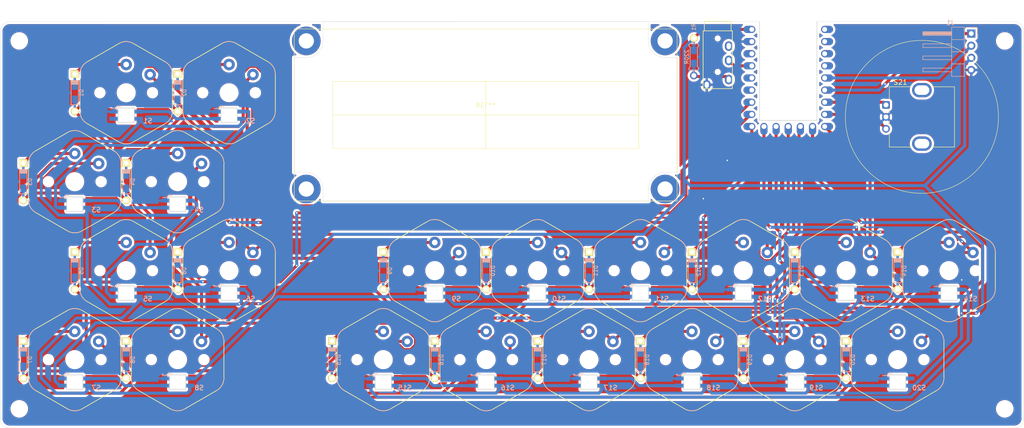
<source format=kicad_pcb>
(kicad_pcb (version 20240108) (generator "pcbnew") (generator_version "8.0")
  (title_block (title "harmi") (date "2024-12-01") (company "Electric Majesty"))
  (layers (0 "F.Cu" signal) (31 "B.Cu" signal) (34 "B.Paste" user) (35 "F.Paste" user) (36 "B.SilkS" user "B.Silkscreen") (37 "F.SilkS" user "F.Silkscreen") (38 "B.Mask" user) (39 "F.Mask" user) (44 "Edge.Cuts" user))
  (net 0 "")
  (net 1 "Net-(D1-K)")
  (net 2 "r1")
  (net 3 "Net-(D2-K)")
  (net 4 "Net-(D3-K)")
  (net 5 "Net-(D4-K)")
  (net 6 "r2")
  (net 7 "Net-(D5-K)")
  (net 8 "Net-(D6-K)")
  (net 9 "Net-(D7-K)")
  (net 10 "Net-(D8-K)")
  (net 11 "Net-(D9-K)")
  (net 12 "r3")
  (net 13 "Net-(D10-K)")
  (net 14 "Net-(D11-K)")
  (net 15 "Net-(D12-K)")
  (net 16 "Net-(D13-K)")
  (net 17 "r4")
  (net 18 "Net-(D14-K)")
  (net 19 "Net-(D15-K)")
  (net 20 "Net-(D16-K)")
  (net 21 "Net-(D17-K)")
  (net 22 "r5")
  (net 23 "Net-(D18-K)")
  (net 24 "Net-(D19-K)")
  (net 25 "Net-(D20-K)")
  (net 26 "GND")
  (net 27 "+5V")
  (net 28 "sda")
  (net 29 "scl")
  (net 30 "c1")
  (net 31 "c2")
  (net 32 "c3")
  (net 33 "c4")
  (net 34 "e2")
  (net 35 "e1")
  (net 36 "+3.3V")
  (net 39 "Net-(RGB1-DOUT)")
  (net 40 "led")
  (net 41 "Net-(RGB2-DOUT)")
  (net 42 "Net-(RGB3-DOUT)")
  (net 43 "Net-(RGB4-DOUT)")
  (net 44 "Net-(RGB5-DOUT)")
  (net 45 "Net-(RGB6-DOUT)")
  (net 46 "Net-(RGB7-DOUT)")
  (net 47 "Net-(RGB8-DOUT)")
  (net 48 "Net-(RGB10-DIN)")
  (net 49 "Net-(RGB10-DOUT)")
  (net 50 "Net-(RGB11-DOUT)")
  (net 51 "Net-(RGB12-DOUT)")
  (net 52 "Net-(RGB13-DOUT)")
  (net 53 "Net-(RGB14-DOUT)")
  (net 54 "Net-(RGB15-DOUT)")
  (net 55 "Net-(RGB16-DOUT)")
  (net 56 "Net-(RGB17-DOUT)")
  (net 57 "Net-(RGB18-DOUT)")
  (net 58 "Net-(RGB19-DOUT)")
  (net 60 "midi out")
  (net 62 "Net-(J2-Pad2)")
  (footprint "Keebio-Parts:Diode-Hybrid-Back" (layer "F.Cu") (at 142.6 121.080452 90)
    (property "Reference" "D10")
    (property "Value" "D" (hide yes))
  )
  (footprint "Keebio-Parts:Diode-Hybrid-Back" (layer "F.Cu") (at 78.1 121.080452 90)
    (property "Reference" "D6")
    (property "Value" "D" (hide yes))
  )
  (footprint "MountingHole:MountingHole_3.2mm_M3" (layer "F.Cu") (at 251 150)
    (property "Reference" "REF**" (hide yes))
    (property "Value" "MountingHole_3.2mm_M3" (hide yes))
  )
  (footprint "s-ol:PG1350" (layer "F.Cu") (at 164.1 139.7 180)
    (property "Reference" "S17")
    (property "Value" "PG1350" (hide yes))
  )
  (footprint "s-ol:PG1350" (layer "F.Cu") (at 56.6 139.7 180)
    (property "Reference" "S7")
    (property "Value" "PG1350" (hide yes))
  )
  (footprint "s-ol:PG1350" (layer "F.Cu") (at 185.6 139.7 180)
    (property "Reference" "S18")
    (property "Value" "PG1350" (hide yes))
  )
  (footprint "Keebio-Parts:Diode-Hybrid-Back" (layer "F.Cu") (at 164.1 121.080452 90)
    (property "Reference" "D11")
    (property "Value" "D" (hide yes))
  )
  (footprint "Keebio-Parts:Diode-Hybrid-Back" (layer "F.Cu") (at 45.85 139.7 90)
    (property "Reference" "D7")
    (property "Value" "D" (hide yes))
  )
  (footprint "Keebio-Parts:Diode-Hybrid-Back" (layer "F.Cu") (at 67.35 139.7 90)
    (property "Reference" "D8")
    (property "Value" "D" (hide yes))
  )
  (footprint "Keebio-Parts:Resistor-Hybrid-Back" (layer "F.Cu") (at 186 76.35 -90)
    (property "Reference" "R1")
    (property "Value" "220R")
  )
  (footprint "Keebio-Parts:Diode-Hybrid-Back" (layer "F.Cu") (at 56.6 83.841356 90)
    (property "Reference" "D1")
    (property "Value" "D" (hide yes))
  )
  (footprint "1602_i2c:1602_i2c" (layer "F.Cu") (at 142.5 88.5)
    (property "Reference" "REF**")
    (property "Value" "1602_i2c")
    (fp_line (start -40 -12) (end -37.5 -12) (stroke (width 0.05)) (layer "Edge.Cuts"))
    (fp_line (start -40 12) (end -40 -12) (stroke (width 0.05)) (layer "Edge.Cuts"))
    (fp_line (start -37.5 12) (end -40 12) (stroke (width 0.05)) (layer "Edge.Cuts"))
    (fp_line (start -34 -19.5) (end -34 -15.5) (stroke (width 0.05)) (layer "Edge.Cuts"))
    (fp_line (start -34 -19.5) (end 34 -19.5) (stroke (width 0.05)) (layer "Edge.Cuts"))
    (fp_line (start -34 15.5) (end -34 18) (stroke (width 0.05)) (layer "Edge.Cuts"))
    (fp_line (start 34 -15.5) (end 34 -19.5) (stroke (width 0.05)) (layer "Edge.Cuts"))
    (fp_line (start 34 15.5) (end 34 18) (stroke (width 0.05)) (layer "Edge.Cuts"))
    (fp_line (start 34 18) (end -34 18) (stroke (width 0.05)) (layer "Edge.Cuts"))
    (fp_line (start 37.5 -12) (end 40 -12) (stroke (width 0.05)) (layer "Edge.Cuts"))
    (fp_line (start 40 -12) (end 40 12) (stroke (width 0.05)) (layer "Edge.Cuts"))
    (fp_line (start 40 12) (end 37.5 12) (stroke (width 0.05)) (layer "Edge.Cuts"))
    (fp_arc (start -37.5 12) (mid -35.025126 13.025126) (end -34 15.5) (stroke (width 0.05)) (layer "Edge.Cuts"))
    (fp_arc (start -34 -15.5) (mid -35.025126 -13.025126) (end -37.5 -12) (stroke (width 0.05)) (layer "Edge.Cuts"))
    (fp_arc (start 34 15.5) (mid 35.025126 13.025126) (end 37.5 12) (stroke (width 0.05)) (layer "Edge.Cuts"))
    (fp_arc (start 37.5 -12) (mid 35.025126 -13.025126) (end 34 -15.5) (stroke (width 0.05)) (layer "Edge.Cuts"))
  )
  (footprint "s-ol:PG1350" (layer "F.Cu") (at 88.85 83.841356 180)
    (property "Reference" "S2")
    (property "Value" "PG1350" (hide yes))
  )
  (footprint "Keebio-Parts:Diode-Hybrid-Back" (layer "F.Cu") (at 185.6 121.080452 90)
    (property "Reference" "D12")
    (property "Value" "D" (hide yes))
  )
  (footprint "s-ol:PG1350" (layer "F.Cu") (at 217.85 121.080452 180)
    (property "Reference" "S13")
    (property "Value" "PG1350" (hide yes))
  )
  (footprint "Keebio-Parts:Diode-Hybrid-Back" (layer "F.Cu") (at 45.85 102.460904 90)
    (property "Reference" "D3")
    (property "Value" "D" (hide yes))
  )
  (footprint "mcu:rp2040-zero-tht" (layer "F.Cu") (at 205.74 80.756)
    (property "Reference" "U1" (hide yes))
    (property "Value" "rp2040-zero" (hide yes))
    (fp_line (start -6 -11.75) (end -6 8.89) (stroke (width 0.12)) (layer "Edge.Cuts"))
    (fp_line (start -6 8.89) (end 6 8.89) (stroke (width 0.12)) (layer "Edge.Cuts"))
    (fp_line (start 6 8.89) (end 6 -11.75) (stroke (width 0.12)) (layer "Edge.Cuts"))
  )
  (footprint "Keebio-Parts:Diode-Hybrid-Back" (layer "F.Cu") (at 207.1 121.080452 90)
    (property "Reference" "D13")
    (property "Value" "D" (hide yes))
  )
  (footprint "Rotary_Encoder:RotaryEncoder_Bourns_Vertical_PEC12R-3x17F-Nxxxx" (layer "F.Cu") (at 226.18 86.4)
    (property "Reference" "S21")
    (property "Value" "RotaryEncoder")
  )
  (footprint "s-ol:PG1350" (layer "F.Cu") (at 239.35 121.080452 180)
    (property "Reference" "S14")
    (property "Value" "PG1350" (hide yes))
  )
  (footprint "s-ol:PG1350" (layer "F.Cu") (at 142.6 139.7 180)
    (property "Reference" "S16")
    (property "Value" "PG1350" (hide yes))
  )
  (footprint "Keebio-Parts:Diode-Hybrid-Back" (layer "F.Cu") (at 217.85 139.7 90)
    (property "Reference" "D20")
    (property "Value" "D" (hide yes))
  )
  (footprint "Keebio-Parts:Diode-Hybrid-Back" (layer "F.Cu") (at 67.35 102.460904 90)
    (property "Reference" "D4")
    (property "Value" "D" (hide yes))
  )
  (footprint "MountingHole:MountingHole_3.2mm_M3" (layer "F.Cu") (at 45 150)
    (property "Reference" "REF**" (hide yes))
    (property "Value" "MountingHole_3.2mm_M3" (hide yes))
  )
  (footprint "s-ol:PG1350" (layer "F.Cu") (at 131.85 121.080452 180)
    (property "Reference" "S9")
    (property "Value" "PG1350" (hide yes))
  )
  (footprint "Keebio-Parts:Diode-Hybrid-Back" (layer "F.Cu") (at 228.6 121.080452 90)
    (property "Reference" "D14")
    (property "Value" "D" (hide yes))
  )
  (footprint "Keebio-Parts:Diode-Hybrid-Back" (layer "F.Cu") (at 110.35 139.7 90)
    (property "Reference" "D15")
    (property "Value" "D" (hide yes))
  )
  (footprint "s-ol:PG1350" (layer "F.Cu") (at 78.1 102.460904 180)
    (property "Reference" "S4")
    (property "Value" "PG1350" (hide yes))
  )
  (footprint "Keebio-Parts:Diode-Hybrid-Back" (layer "F.Cu") (at 131.85 139.7 90)
    (property "Reference" "D16")
    (property "Value" "D" (hide yes))
  )
  (footprint "s-ol:PG1350" (layer "F.Cu") (at 121.1 139.7 180)
    (property "Reference" "S15")
    (property "Value" "PG1350" (hide yes))
  )
  (footprint "s-ol:PG1350" (layer "F.Cu") (at 228.6 139.7 180)
    (property "Reference" "S20")
    (property "Value" "PG1350" (hide yes))
  )
  (footprint "s-ol:PG1350" (layer "F.Cu") (at 153.35 121.080452 180)
    (property "Reference" "S10")
    (property "Value" "PG1350" (hide yes))
  )
  (footprint "Keebio-Parts:Diode-Hybrid-Back" (layer "F.Cu") (at 56.6 121.080452 90)
    (property "Reference" "D5")
    (property "Value" "D" (hide yes))
  )
  (footprint "s-ol:PG1350" (layer "F.Cu") (at 56.6 102.460904 180)
    (property "Reference" "S3")
    (property "Value" "PG1350" (hide yes))
  )
  (footprint "Keebio-Parts:Diode-Hybrid-Back" (layer "F.Cu") (at 174.85 139.7 90)
    (property "Reference" "D18")
    (property "Value" "D" (hide yes))
  )
  (footprint "s-ol:PG1350" (layer "F.Cu") (at 174.85 121.080452 180)
    (property "Reference" "S11")
    (property "Value" "PG1350" (hide yes))
  )
  (footprint "Keebio-Parts:Diode-Hybrid-Back" (layer "F.Cu") (at 196.35 139.7 90)
    (property "Reference" "D19")
    (property "Value" "D" (hide yes))
  )
  (footprint "Keebio-Parts:Diode-Hybrid-Back" (layer "F.Cu") (at 153.35 139.7 90)
    (property "Reference" "D17")
    (property "Value" "D" (hide yes))
  )
  (footprint "s-ol:PG1350" (layer "F.Cu") (at 196.35 121.080452 180)
    (property "Reference" "S12")
    (property "Value" "PG1350" (hide yes))
  )
  (footprint "s-ol:PG1350" (layer "F.Cu") (at 207.1 139.7 180)
    (property "Reference" "S19")
    (property "Value" "PG1350" (hide yes))
  )
  (footprint "MountingHole:MountingHole_3.2mm_M3" (layer "F.Cu") (at 45 73)
    (property "Reference" "REF**" (hide yes))
    (property "Value" "MountingHole_3.2mm_M3" (hide yes))
  )
  (footprint "Keebio-Parts:Diode-Hybrid-Back" (layer "F.Cu") (at 78.1 83.841356 90)
    (property "Reference" "D2")
    (property "Value" "D" (hide yes))
  )
  (footprint "Keebio-Parts:Diode-Hybrid-Back" (layer "F.Cu") (at 121.1 121.080452 90)
    (property "Reference" "D9")
    (property "Value" "D" (hide yes))
  )
  (footprint "s-ol:PG1350" (layer "F.Cu") (at 78.1 139.7 180)
    (property "Reference" "S8")
    (property "Value" "PG1350" (hide yes))
  )
  (footprint "Keebio-Parts:TRRS-PJ-320A" (layer "F.Cu") (at 191 70.8875)
    (property "Reference" "J2")
    (property "Value" "MidiTRRS")
  )
  (footprint "MountingHole:MountingHole_3.2mm_M3" (layer "F.Cu") (at 251 73)
    (property "Reference" "REF**" (hide yes))
    (property "Value" "MountingHole_3.2mm_M3" (hide yes))
  )
  (footprint "s-ol:PG1350" (layer "F.Cu") (at 67.35 83.841356 180)
    (property "Reference" "S1")
    (property "Value" "PG1350" (hide yes))
  )
  (footprint "s-ol:PG1350" (layer "F.Cu") (at 67.35 121.080452 180)
    (property "Reference" "S5")
    (property "Value" "PG1350" (hide yes))
  )
  (footprint "s-ol:PG1350" (layer "F.Cu") (at 88.85 121.080452 180)
    (property "Reference" "S6")
    (property "Value" "PG1350" (hide yes))
  )
  (footprint "s-ol:SK6812MINI-E" (layer "B.Cu") (at 196.35 125.380452 180)
    (property "Reference" "RGB12" (hide yes))
    (property "Value" "SK6812MINI-E")
    (fp_rect (start 1.7 -1.9) (end -1.7 1.1) (stroke (width 0.12)) (fill none) (layer "Edge.Cuts"))
  )
  (footprint "s-ol:SK6812MINI-E" (layer "B.Cu") (at 174.85 125.380452 180)
    (property "Reference" "RGB11" (hide yes))
    (property "Value" "SK6812MINI-E")
    (fp_rect (start 1.7 -1.9) (end -1.7 1.1) (stroke (width 0.12)) (fill none) (layer "Edge.Cuts"))
  )
  (footprint "s-ol:SK6812MINI-E" (layer "B.Cu") (at 88.85 88.141356 180)
    (property "Reference" "RGB2" (hide yes))
    (property "Value" "SK6812MINI-E")
    (fp_rect (start 1.7 -1.9) (end -1.7 1.1) (stroke (width 0.12)) (fill none) (layer "Edge.Cuts"))
  )
  (footprint "s-ol:SK6812MINI-E" (layer "B.Cu") (at 121.1 144 180)
    (property "Reference" "RGB15" (hide yes))
    (property "Value" "SK6812MINI-E")
    (fp_rect (start 1.7 -1.9) (end -1.7 1.1) (stroke (width 0.12)) (fill none) (layer "Edge.Cuts"))
  )
  (footprint "s-ol:SK6812MINI-E" (layer "B.Cu") (at 78.1 106.760904 180)
    (property "Reference" "RGB4" (hide yes))
    (property "Value" "SK6812MINI-E")
    (fp_rect (start 1.7 -1.9) (end -1.7 1.1) (stroke (width 0.12)) (fill none) (layer "Edge.Cuts"))
  )
  (footprint "s-ol:SK6812MINI-E" (layer "B.Cu") (at 185.6 144 180)
    (property "Reference" "RGB18" (hide yes))
    (property "Value" "SK6812MINI-E")
    (fp_rect (start 1.7 -1.9) (end -1.7 1.1) (stroke (width 0.12)) (fill none) (layer "Edge.Cuts"))
  )
  (footprint "s-ol:SK6812MINI-E" (layer "B.Cu") (at 56.6 106.760904 180)
    (property "Reference" "RGB3" (hide yes))
    (property "Value" "SK6812MINI-E")
    (fp_rect (start 1.7 -1.9) (end -1.7 1.1) (stroke (width 0.12)) (fill none) (layer "Edge.Cuts"))
  )
  (footprint "Connector_PinHeader_2.54mm:PinHeader_1x04_P2.54mm_Horizontal" (layer "B.Cu") (at 244 71.46 180)
    (property "Reference" "J1")
    (property "Value" "i2c lcd")
  )
  (footprint "s-ol:SK6812MINI-E" (layer "B.Cu") (at 207.35 144 180)
    (property "Reference" "RGB19" (hide yes))
    (property "Value" "SK6812MINI-E")
    (fp_rect (start 1.7 -1.9) (end -1.7 1.1) (stroke (width 0.12)) (fill none) (layer "Edge.Cuts"))
  )
  (footprint "s-ol:SK6812MINI-E" (layer "B.Cu") (at 153.35 125.380452 180)
    (property "Reference" "RGB10" (hide yes))
    (property "Value" "SK6812MINI-E")
    (fp_rect (start 1.7 -1.9) (end -1.7 1.1) (stroke (width 0.12)) (fill none) (layer "Edge.Cuts"))
  )
  (footprint "s-ol:SK6812MINI-E" (layer "B.Cu") (at 228.6 144 180)
    (property "Reference" "RGB20" (hide yes))
    (property "Value" "SK6812MINI-E")
    (fp_rect (start 1.7 -1.9) (end -1.7 1.1) (stroke (width 0.12)) (fill none) (layer "Edge.Cuts"))
  )
  (footprint "s-ol:SK6812MINI-E" (layer "B.Cu") (at 88.85 125.380452 180)
    (property "Reference" "RGB6" (hide yes))
    (property "Value" "SK6812MINI-E")
    (fp_rect (start 1.7 -1.9) (end -1.7 1.1) (stroke (width 0.12)) (fill none) (layer "Edge.Cuts"))
  )
  (footprint "s-ol:SK6812MINI-E" (layer "B.Cu") (at 67.35 125.380452 180)
    (property "Reference" "RGB5" (hide yes))
    (property "Value" "SK6812MINI-E")
    (fp_rect (start 1.7 -1.9) (end -1.7 1.1) (stroke (width 0.12)) (fill none) (layer "Edge.Cuts"))
  )
  (footprint "s-ol:SK6812MINI-E" (layer "B.Cu") (at 131.85 125.380452 180)
    (property "Reference" "RGB9" (hide yes))
    (property "Value" "SK6812MINI-E")
    (fp_rect (start 1.7 -1.9) (end -1.7 1.1) (stroke (width 0.12)) (fill none) (layer "Edge.Cuts"))
  )
  (footprint "s-ol:SK6812MINI-E" (layer "B.Cu") (at 78.1 144 180)
    (property "Reference" "RGB8" (hide yes))
    (property "Value" "SK6812MINI-E")
    (fp_rect (start 1.7 -1.9) (end -1.7 1.1) (stroke (width 0.12)) (fill none) (layer "Edge.Cuts"))
  )
  (footprint "s-ol:SK6812MINI-E" (layer "B.Cu") (at 217.85 125.380452 180)
    (property "Reference" "RGB13" (hide yes))
    (property "Value" "SK6812MINI-E")
    (fp_rect (start 1.7 -1.9) (end -1.7 1.1) (stroke (width 0.12)) (fill none) (layer "Edge.Cuts"))
  )
  (footprint "s-ol:SK6812MINI-E" (layer "B.Cu") (at 56.6 144 180)
    (property "Reference" "RGB7" (hide yes))
    (property "Value" "SK6812MINI-E")
    (fp_rect (start 1.7 -1.9) (end -1.7 1.1) (stroke (width 0.12)) (fill none) (layer "Edge.Cuts"))
  )
  (footprint "s-ol:SK6812MINI-E" (layer "B.Cu") (at 142.6 144 180)
    (property "Reference" "RGB16" (hide yes))
    (property "Value" "SK6812MINI-E")
    (fp_rect (start 1.7 -1.9) (end -1.7 1.1) (stroke (width 0.12)) (fill none) (layer "Edge.Cuts"))
  )
  (footprint "s-ol:SK6812MINI-E" (layer "B.Cu") (at 239.35 125.380452 180)
    (property "Reference" "RGB14" (hide yes))
    (property "Value" "SK6812MINI-E")
    (fp_rect (start 1.7 -1.9) (end -1.7 1.1) (stroke (width 0.12)) (fill none) (layer "Edge.Cuts"))
  )
  (footprint "s-ol:SK6812MINI-E" (layer "B.Cu") (at 67.35 88.141356 180)
    (property "Reference" "RGB1" (hide yes))
    (property "Value" "SK6812MINI-E")
    (fp_rect (start 1.7 -1.9) (end -1.7 1.1) (stroke (width 0.12)) (fill none) (layer "Edge.Cuts"))
  )
  (footprint "s-ol:SK6812MINI-E" (layer "B.Cu") (at 164.1 144 180)
    (property "Reference" "RGB17" (hide yes))
    (property "Value" "SK6812MINI-E")
    (fp_rect (start 1.7 -1.9) (end -1.7 1.1) (stroke (width 0.12)) (fill none) (layer "Edge.Cuts"))
  )
  (gr_arc (start 255 152) (mid 254.414214 153.414214) (end 253 154) (stroke (width 0.05)) (layer "Edge.Cuts"))
  (gr_line (start 253 69) (end 211.74 69.006) (stroke (width 0.05)) (layer "Edge.Cuts"))
  (gr_line (start 255 152) (end 255 71) (stroke (width 0.05)) (layer "Edge.Cuts"))
  (gr_line (start 43 154) (end 253 154) (stroke (width 0.05)) (layer "Edge.Cuts"))
  (gr_line (start 199.74 69.006) (end 43 69) (stroke (width 0.05)) (layer "Edge.Cuts"))
  (gr_arc (start 43 154) (mid 41.585786 153.414214) (end 41 152) (stroke (width 0.05)) (layer "Edge.Cuts"))
  (gr_line (start 41 71) (end 41 152) (stroke (width 0.05)) (layer "Edge.Cuts"))
  (gr_arc (start 253 69) (mid 254.414214 69.585786) (end 255 71) (stroke (width 0.05)) (layer "Edge.Cuts"))
  (gr_arc (start 41 71) (mid 41.585786 69.585786) (end 43 69) (stroke (width 0.05)) (layer "Edge.Cuts"))
  (segment (start 67.35 77.941356) (end 58.6 77.941356) (width 0.635) (layer "F.Cu") (net 1))
  (segment (start 58.6 77.941356) (end 56.6 79.941356) (width 0.635) (layer "F.Cu") (net 1))
  (segment (start 197.867484 85.836) (end 183.5175 100.185984) (width 0.635) (layer "F.Cu") (net 2))
  (segment (start 102.5175 107.5175) (end 95.8675 100.8675) (width 0.635) (layer "F.Cu") (net 2))
  (segment (start 183.5175 105.4825) (end 181.4825 107.5175) (width 0.635) (layer "F.Cu") (net 2))
  (segment (start 64 104.843404) (end 65.8325 104.843404) (width 0.635) (layer "F.Cu") (net 2))
  (segment (start 47.3675 104.843404) (end 64 104.843404) (width 0.635) (layer "F.Cu") (net 2))
  (segment (start 56.6 87.741356) (end 58.1175 86.223856) (width 0.635) (layer "F.Cu") (net 2))
  (segment (start 65.8325 104.843404) (end 67.35 106.360904) (width 0.635) (layer "F.Cu") (net 2))
  (segment (start 91.815 89.932476) (end 90.83791 90.909566) (width 0.635) (layer "F.Cu") (net 2))
  (segment (start 71.2 78.323856) (end 70 79.523856) (width 0.635) (layer "F.Cu") (net 2))
  (segment (start 85.647122 90.909566) (end 73.061412 78.323856) (width 0.635) (layer "F.Cu") (net 2))
  (segment (start 73.061412 78.323856) (end 71.2 78.323856) (width 0.635) (layer "F.Cu") (net 2))
  (segment (start 91.815 79.647444) (end 91.815 89.932476) (width 0.635) (layer "F.Cu") (net 2))
  (segment (start 94.561412 78.323856) (end 93.138588 78.323856) (width 0.635) (layer "F.Cu") (net 2))
  (segment (start 181.4825 107.5175) (end 102.5175 107.5175) (width 0.635) (layer "F.Cu") (net 2))
  (segment (start 56.6 87.741356) (end 64 95.141356) (width 0.635) (layer "F.Cu") (net 2))
  (segment (start 198.12 85.836) (end 197.867484 85.836) (width 0.635) (layer "F.Cu") (net 2))
  (segment (start 45.85 106.360904) (end 47.3675 104.843404) (width 0.635) (layer "F.Cu") (net 2))
  (segment (start 70 79.523856) (end 70 86.223856) (width 0.635) (layer "F.Cu") (net 2))
  (segment (start 58.1175 86.223856) (end 70 86.223856) (width 0.635) (layer "F.Cu") (net 2))
  (segment (start 183.5175 100.185984) (end 183.5175 105.4825) (width 0.635) (layer "F.Cu") (net 2))
  (segment (start 64 95.141356) (end 64 104.843404) (width 0.635) (layer "F.Cu") (net 2))
  (segment (start 76.5825 86.223856) (end 78.1 87.741356) (width 0.635) (layer "F.Cu") (net 2))
  (segment (start 90.83791 90.909566) (end 85.647122 90.909566) (width 0.635) (layer "F.Cu") (net 2))
  (segment (start 93.138588 78.323856) (end 91.815 79.647444) (width 0.635) (layer "F.Cu") (net 2))
  (segment (start 95.8675 79.629944) (end 94.561412 78.323856) (width 0.635) (layer "F.Cu") (net 2))
  (segment (start 95.8675 100.8675) (end 95.8675 79.629944) (width 0.635) (layer "F.Cu") (net 2))
  (segment (start 70 86.223856) (end 76.5825 86.223856) (width 0.635) (layer "F.Cu") (net 2))
  (segment (start 80.1 77.941356) (end 78.1 79.941356) (width 0.635) (layer "F.Cu") (net 3))
  (segment (start 88.85 77.941356) (end 80.1 77.941356) (width 0.635) (layer "F.Cu") (net 3))
  (segment (start 47.85 96.560904) (end 45.85 98.560904) (width 0.635) (layer "F.Cu") (net 4))
  (segment (start 56.6 96.560904) (end 47.85 96.560904) (width 0.635) (layer "F.Cu") (net 4))
  (segment (start 69.35 96.560904) (end 67.35 98.560904) (width 0.635) (layer "F.Cu") (net 5))
  (segment (start 78.1 96.560904) (end 69.35 96.560904) (width 0.635) (layer "F.Cu") (net 5))
  (segment (start 58.1175 123.462952) (end 76.5825 123.462952) (width 0.635) (layer "F.Cu") (net 6))
  (segment (start 45.85 143.6) (end 47.3675 142.0825) (width 0.635) (layer "F.Cu") (net 6))
  (segment (start 76.5825 123.462952) (end 78.1 124.980452) (width 0.635) (layer "F.Cu") (net 6))
  (segment (start 59 127.380452) (end 59 142.0825) (width 0.635) (layer "F.Cu") (net 6))
  (segment (start 198.12 88.376) (end 197.867484 88.376) (width 0.635) (layer "F.Cu") (net 6))
  (segment (start 65.8325 142.0825) (end 67.35 143.6) (width 0.635) (layer "F.Cu") (net 6))
  (segment (start 184.3525 101.890984) (end 184.3525 105.828368) (width 0.635) (layer "F.Cu") (net 6))
  (segment (start 181.180868 109) (end 103 109) (width 0.635) (layer "F.Cu") (net 6))
  (segment (start 197.867484 88.376) (end 184.3525 101.890984) (width 0.635) (layer "F.Cu") (net 6))
  (segment (start 184.3525 105.828368) (end 181.180868 109) (width 0.635) (layer "F.Cu") (net 6))
  (segment (start 99.602048 123.397952) (end 83.397952 123.397952) (width 0.635) (layer "F.Cu") (net 6))
  (segment (start 103 120) (end 99.602048 123.397952) (width 0.635) (layer "F.Cu") (net 6))
  (segment (start 56.6 124.980452) (end 59 127.380452) (width 0.635) (layer "F.Cu") (net 6))
  (segment (start 59 142.0825) (end 65.8325 142.0825) (width 0.635) (layer "F.Cu") (net 6))
  (segment (start 47.3675 142.0825) (end 59 142.0825) (width 0.635) (layer "F.Cu") (net 6))
  (segment (start 56.6 124.980452) (end 58.1175 123.462952) (width 0.635) (layer "F.Cu") (net 6))
  (via (at 103 109) (size 0.6) (drill 0.3) (layers "F.Cu" "B.Cu") (net 6))
  (via (at 83.397952 123.397952) (size 0.6) (drill 0.3) (layers "F.Cu" "B.Cu") (net 6))
  (via (at 103 120) (size 0.6) (drill 0.3) (layers "F.Cu" "B.Cu") (net 6))
  (segment (start 79.6825 123.397952) (end 78.1 124.980452) (width 0.635) (layer "B.Cu") (net 6))
  (segment (start 103 109) (end 103 120) (width 0.635) (layer "B.Cu") (net 6))
  (segment (start 83.397952 123.397952) (end 79.6825 123.397952) (width 0.635) (layer "B.Cu") (net 6))
  (segment (start 67.35 115.180452) (end 58.6 115.180452) (width 0.635) (layer "F.Cu") (net 7))
  (segment (start 58.6 115.180452) (end 56.6 117.180452) (width 0.635) (layer "F.Cu") (net 7))
  (segment (start 80.1 115.180452) (end 78.1 117.180452) (width 0.635) (layer "F.Cu") (net 8))
  (segment (start 88.85 115.180452) (end 80.1 115.180452) (width 0.635) (layer "F.Cu") (net 8))
  (segment (start 47.85 133.8) (end 45.85 135.8) (width 0.635) (layer "F.Cu") (net 9))
  (segment (start 56.6 133.8) (end 47.85 133.8) (width 0.635) (layer "F.Cu") (net 9))
  (segment (start 69.35 133.8) (end 67.35 135.8) (width 0.635) (layer "F.Cu") (net 10))
  (segment (start 78.1 133.8) (end 69.35 133.8) (width 0.635) (layer "F.Cu") (net 10))
  (segment (start 123.1 115.180452) (end 121.1 117.180452) (width 0.635) (layer "F.Cu") (net 11))
  (segment (start 131.85 115.180452) (end 123.1 115.180452) (width 0.635) (layer "F.Cu") (net 11))
  (segment (start 165.6175 123.462952) (end 184.0825 123.462952) (width 0.635) (layer "F.Cu") (net 12))
  (segment (start 198.12 99.88) (end 188 110) (width 0.635) (layer "F.Cu") (net 12))
  (segment (start 184.0825 123.462952) (end 185.6 124.980452) (width 0.635) (layer "F.Cu") (net 12))
  (segment (start 122.6175 123.462952) (end 141.0825 123.462952) (width 0.635) (layer "F.Cu") (net 12))
  (segment (start 142.6 124.980452) (end 144.1175 123.462952) (width 0.635) (layer "F.Cu") (net 12))
  (segment (start 198.12 90.916) (end 198.12 99.88) (width 0.635) (layer "F.Cu") (net 12))
  (segment (start 162.5825 123.462952) (end 164.1 124.980452) (width 0.635) (layer "F.Cu") (net 12))
  (segment (start 141.0825 123.462952) (end 142.6 124.980452) (width 0.635) (layer "F.Cu") (net 12))
  (segment (start 121.1 124.980452) (end 122.6175 123.462952) (width 0.635) (layer "F.Cu") (net 12))
  (segment (start 144.1175 123.462952) (end 162.5825 123.462952) (width 0.635) (layer "F.Cu") (net 12))
  (segment (start 164.1 124.980452) (end 165.6175 123.462952) (width 0.635) (layer "F.Cu") (net 12))
  (via (at 188 110) (size 0.6) (drill 0.3) (layers "F.Cu" "B.Cu") (net 12))
  (segment (start 188 122.580452) (end 185.6 124.980452) (width 0.635) (layer "B.Cu") (net 12))
  (segment (start 188 110) (end 188 122.580452) (width 0.635) (layer "B.Cu") (net 12))
  (segment (start 153.35 115.180452) (end 144.6 115.180452) (width 0.635) (layer "F.Cu") (net 13))
  (segment (start 144.6 115.180452) (end 142.6 117.180452) (width 0.635) (layer "F.Cu") (net 13))
  (segment (start 166.1 115.180452) (end 164.1 117.180452) (width 0.635) (layer "F.Cu") (net 14))
  (segment (start 174.85 115.180452) (end 166.1 115.180452) (width 0.635) (layer "F.Cu") (net 14))
  (segment (start 196.35 115.180452) (end 187.6 115.180452) (width 0.635) (layer "F.Cu") (net 15))
  (segment (start 187.6 115.180452) (end 185.6 117.180452) (width 0.635) (layer "F.Cu") (net 15))
  (segment (start 209.1 115.180452) (end 207.1 117.180452) (width 0.635) (layer "F.Cu") (net 16))
  (segment (start 217.85 115.180452) (end 209.1 115.180452) (width 0.635) (layer "F.Cu") (net 16))
  (segment (start 150.902048 128.097952) (end 203.9825 128.097952) (width 0.635) (layer "F.Cu") (net 17))
  (segment (start 131.85 143.6) (end 130.3325 142.0825) (width 0.635) (layer "F.Cu") (net 17))
  (segment (start 200.66 90.916) (end 200.66 110.66) (width 0.635) (layer "F.Cu") (net 17))
  (segment (start 130.3325 142.0825) (end 111.8675 142.0825) (width 0.635) (layer "F.Cu") (net 17))
  (segment (start 220 112) (end 220 113) (width 0.635) (layer "F.Cu") (net 17))
  (segment (start 200.66 110.66) (end 202 112) (width 0.635) (layer "F.Cu") (net 17))
  (segment (start 203.9825 128.097952) (end 207.1 124.980452) (width 0.635) (layer "F.Cu") (net 17))
  (segment (start 221 123.462952) (end 227.0825 123.462952) (width 0.635) (layer "F.Cu") (net 17))
  (segment (start 221 114) (end 221 123.462952) (width 0.635) (layer "F.Cu") (net 17))
  (segment (start 220 113) (end 221 114) (width 0.635) (layer "F.Cu") (net 17))
  (segment (start 135.4 143.6) (end 150.902048 128.097952) (width 0.635) (layer "F.Cu") (net 17))
  (segment (start 111.8675 142.0825) (end 110.35 143.6) (width 0.635) (layer "F.Cu") (net 17))
  (segment (start 207.1 124.980452) (end 208.6175 123.462952) (width 0.635) (layer "F.Cu") (net 17))
  (segment (start 131.85 143.6) (end 135.4 143.6) (width 0.635) (layer "F.Cu") (net 17))
  (segment (start 227.0825 123.462952) (end 228.6 124.980452) (width 0.635) (layer "F.Cu") (net 17))
  (segment (start 208.6175 123.462952) (end 221 123.462952) (width 0.635) (layer "F.Cu") (net 17))
  (via (at 220 112) (size 0.6) (drill 0.3) (layers "F.Cu" "B.Cu") (net 17))
  (via (at 202 112) (size 0.6) (drill 0.3) (layers "F.Cu" "B.Cu") (net 17))
  (segment (start 202 112) (end 220 112) (width 0.635) (layer "B.Cu") (net 17))
  (segment (start 239.35 115.180452) (end 230.6 115.180452) (width 0.635) (layer "F.Cu") (net 18))
  (segment (start 230.6 115.180452) (end 228.6 117.180452) (width 0.635) (layer "F.Cu") (net 18))
  (segment (start 121.1 133.8) (end 112.35 133.8) (width 0.635) (layer "F.Cu") (net 19))
  (segment (start 112.35 133.8) (end 110.35 135.8) (width 0.635) (layer "F.Cu") (net 19))
  (segment (start 142.6 133.8) (end 133.85 133.8) (width 0.635) (layer "F.Cu") (net 20))
  (segment (start 133.85 133.8) (end 131.85 135.8) (width 0.635) (layer "F.Cu") (net 20))
  (segment (start 164.1 133.8) (end 155.35 133.8) (width 0.635) (layer "F.Cu") (net 21))
  (segment (start 155.35 133.8) (end 153.35 135.8) (width 0.635) (layer "F.Cu") (net 21))
  (segment (start 217.85 143.6) (end 216.3325 142.0825) (width 0.635) (layer "F.Cu") (net 22))
  (segment (start 203.2 112.2) (end 204 113) (width 0.635) (layer "F.Cu") (net 22))
  (segment (start 204 135) (end 204 142.0825) (width 0.635) (layer "F.Cu") (net 22))
  (segment (start 154.9325 142.0175) (end 153.35 143.6) (width 0.635) (layer "F.Cu") (net 22))
  (segment (start 196.35 143.6) (end 194.7675 142.0175) (width 0.635) (layer "F.Cu") (net 22))
  (segment (start 176.4325 142.0175) (end 174.85 143.6) (width 0.635) (layer "F.Cu") (net 22))
  (segment (start 204 142.0825) (end 197.8675 142.0825) (width 0.635) (layer "F.Cu") (net 22))
  (segment (start 197.8675 142.0825) (end 196.35 143.6) (width 0.635) (layer "F.Cu") (net 22))
  (segment (start 205 125) (end 205 120) (width 0.635) (layer "F.Cu") (net 22))
  (segment (start 173.2675 142.0175) (end 154.9325 142.0175) (width 0.635) (layer "F.Cu") (net 22))
  (segment (start 194.7675 142.0175) (end 176.4325 142.0175) (width 0.635) (layer "F.Cu") (net 22))
  (segment (start 216.3325 142.0825) (end 204 142.0825) (width 0.635) (layer "F.Cu") (net 22))
  (segment (start 205 120) (end 204 119) (width 0.635) (layer "F.Cu") (net 22))
  (segment (start 174.85 143.6) (end 173.2675 142.0175) (width 0.635) (layer "F.Cu") (net 22))
  (segment (start 203.2 90.916) (end 203.2 112.2) (width 0.635) (layer "F.Cu") (net 22))
  (via (at 204 113) (size 0.6) (drill 0.3) (layers "F.Cu" "B.Cu") (net 22))
  (via (at 204 135) (size 0.6) (drill 0.3) (layers "F.Cu" "B.Cu") (net 22))
  (via (at 204 119) (size 0.6) (drill 0.3) (layers "F.Cu" "B.Cu") (net 22))
  (via (at 205 125) (size 0.6) (drill 0.3) (layers "F.Cu" "B.Cu") (net 22))
  (segment (start 205 125.819132) (end 205 125) (width 0.635) (layer "B.Cu") (net 22))
  (segment (start 204 126.819132) (end 205 125.819132) (width 0.635) (layer "B.Cu") (net 22))
  (segment (start 204 119) (end 204 113) (width 0.635) (layer "B.Cu") (net 22))
  (segment (start 204 135) (end 204 126.819132) (width 0.635) (layer "B.Cu") (net 22))
  (segment (start 185.6 133.8) (end 176.85 133.8) (width 0.635) (layer "F.Cu") (net 23))
  (segment (start 176.85 133.8) (end 174.85 135.8) (width 0.635) (layer "F.Cu") (net 23))
  (segment (start 207.1 133.8) (end 198.35 133.8) (width 0.635) (layer "F.Cu") (net 24))
  (segment (start 198.35 133.8) (end 196.35 135.8) (width 0.635) (layer "F.Cu") (net 24))
  (segment (start 228.6 133.8) (end 219.85 133.8) (width 0.635) (layer "F.Cu") (net 25))
  (segment (start 219.85 133.8) (end 217.85 135.8) (width 0.635) (layer "F.Cu") (net 25))
  (via (at 242 123) (size 0.6) (drill 0.3) (layers "F.Cu" "B.Cu") (net 26))
  (via (at 188 106) (size 0.6) (drill 0.3) (layers "F.Cu" "B.Cu") (net 26))
  (via (at 193 98) (size 0.6) (drill 0.3) (layers "F.Cu" "B.Cu") (net 26))
  (segment (start 95 128) (end 91 128) (width 0.635) (layer "F.Cu") (net 27))
  (segment (start 187.854 70.596) (end 186 72.45) (width 0.635) (layer "F.Cu") (net 27))
  (segment (start 245 130) (end 242 130) (width 0.635) (layer "F.Cu") (net 27))
  (segment (start 198.12 70.596) (end 187.854 70.596) (width 0.635) (layer "F.Cu") (net 27))
  (via (at 245 130) (size 0.6) (drill 0.3) (layers "F.Cu" "B.Cu") (net 27))
  (via (at 95 128) (size 0.6) (drill 0.3) (layers "F.Cu" "B.Cu") (net 27))
  (via (at 91 128) (size 0.6) (drill 0.3) (layers "F.Cu" "B.Cu") (net 27))
  (via (at 241.95 130) (size 0.6) (drill 0.3) (layers "F.Cu" "B.Cu") (net 27))
  (segment (start 242.6325 94.9275) (end 242.6325 77.9075) (width 0.635) (layer "B.Cu") (net 27))
  (segment (start 211.5175 146.7175) (end 230.6775 146.7175) (width 0.635) (layer "B.Cu") (net 27))
  (segment (start 222.0175 128.097952) (end 220.45 126.530452) (width 0.635) (layer "B.Cu") (net 27))
  (segment (start 157.5175 128.097952) (end 155.95 126.530452) (width 0.635) (layer "B.Cu") (net 27))
  (segment (start 198.95 126.530452) (end 198.95 127.575452) (width 0.635) (layer "B.Cu") (net 27))
  (segment (start 91.45 90.297476) (end 91.45 89.291356) (width 0.635) (layer "B.Cu") (net 27))
  (segment (start 56.971088 131) (end 49.5825 138.388588) (width 0.635) (layer "B.Cu") (net 27))
  (segment (start 204.345868 135.835) (end 203.654132 135.835) (width 0.635) (layer "B.Cu") (net 27))
  (segment (start 69.95 127.575452) (end 66.525452 131) (width 0.635) (layer "B.Cu") (net 27))
  (segment (start 220.45 127.55) (end 216 132) (width 0.635) (layer "B.Cu") (net 27))
  (segment (start 209.4275 146.7175) (end 209.95 146.195) (width 0.635) (layer "B.Cu") (net 27))
  (segment (start 230.6775 146.7175) (end 231.2 146.195) (width 0.635) (layer "B.Cu") (net 27))
  (segment (start 155.4275 128.097952) (end 136.0175 128.097952) (width 0.635) (layer "B.Cu") (net 27))
  (segment (start 60.7675 109.478404) (end 59.2 107.910904) (width 0.635) (layer "B.Cu") (net 27))
  (segment (start 145.2 146.195) (end 145.2 145.15) (width 0.635) (layer "B.Cu") (net 27))
  (segment (start 110.717916 113.462952) (end 96.180868 128) (width 0.635) (layer "B.Cu") (net 27))
  (segment (start 125.2675 146.7175) (end 144.6775 146.7175) (width 0.635) (layer "B.Cu") (net 27))
  (segment (start 91.45 127.575452) (end 90.9275 128.097952) (width 0.635) (layer "B.Cu") (net 27))
  (segment (start 58.6775 109.478404) (end 59.2 108.955904) (width 0.635) (layer "B.Cu") (net 27))
  (segment (start 231.2 146.195) (end 231.2 145.15) (width 0.635) (layer "B.Cu") (net 27))
  (segment (start 188.2 146.195) (end 188.2 145.15) (width 0.635) (layer "B.Cu") (net 27))
  (segment (start 220.45 126.530452) (end 220.45 127.55) (width 0.635) (layer "B.Cu") (net 27))
  (segment (start 69.95 89.291356) (end 69.95 90.336356) (width 0.635) (layer "B.Cu") (net 27))
  (segment (start 198.95 131.130868) (end 198.95 126.530452) (width 0.635) (layer "B.Cu") (net 27))
  (segment (start 175.511545 113.462952) (end 110.717916 113.462952) (width 0.635) (layer "B.Cu") (net 27))
  (segment (start 241.95 126.530452) (end 241.95 127.575452) (width 0.635) (layer "B.Cu") (net 27))
  (segment (start 246.3675 115.3675) (end 246.3675 128.6325) (width 0.635) (layer "B.Cu") (net 27))
  (segment (start 80.1775 109.478404) (end 60.7675 109.478404) (width 0.635) (layer "B.Cu") (net 27))
  (segment (start 49.5825 105.763368) (end 53.297536 109.478404) (width 0.635) (layer "B.Cu") (net 27))
  (segment (start 241.95 135.245) (end 241.95 130) (width 0.635) (layer "B.Cu") (net 27))
  (segment (start 189.7675 146.7175) (end 209.4275 146.7175) (width 0.635) (layer "B.Cu") (net 27))
  (segment (start 209.375 103.28) (end 185.28 103.28) (width 0.635) (layer "B.Cu") (net 27))
  (segment (start 56.723588 94.008404) (end 49.5825 101.149492) (width 0.635) (layer "B.Cu") (net 27))
  (segment (start 91.45 126.530452) (end 91.45 127.575452) (width 0.635) (layer "B.Cu") (net 27))
  (segment (start 246.3675 128.6325) (end 245 130) (width 0.635) (layer "B.Cu") (net 27))
  (segment (start 80.7 145.15) (end 80.7 146.195) (width 0.635) (layer "B.Cu") (net 27))
  (segment (start 59.2 107.910904) (end 59.2 123.325452) (width 0.635) (layer "B.Cu") (net 27))
  (segment (start 231.2 145.15) (end 232.045 145.15) (width 0.635) (layer "B.Cu") (net 27))
  (segment (start 69.95 90.336356) (end 66.277952 94.008404) (width 0.635) (layer "B.Cu") (net 27))
  (segment (start 234.28 103.28) (end 242.6325 94.9275) (width 0.635) (layer "B.Cu") (net 27))
  (segment (start 234.28 103.28) (end 246.3675 115.3675) (width 0.635) (layer "B.Cu") (net 27))
  (segment (start 198.4275 128.097952) (end 179.0175 128.097952) (width 0.635) (layer "B.Cu") (net 27))
  (segment (start 63.9725 128.097952) (end 69.4275 128.097952) (width 0.635) (layer "B.Cu") (net 27))
  (segment (start 184 104.974497) (end 175.511545 113.462952) (width 0.635) (layer "B.Cu") (net 27))
  (segment (start 69.95 89.291356) (end 71.5175 90.858856) (width 0.635) (layer "B.Cu") (net 27))
  (segment (start 242.6325 77.9075) (end 244 76.54) (width 0.635) (layer "B.Cu") (net 27))
  (segment (start 241.4275 128.097952) (end 222.0175 128.097952) (width 0.635) (layer "B.Cu") (net 27))
  (segment (start 52.7175 146.7175) (end 58.6775 146.7175) (width 0.635) (layer "B.Cu") (net 27))
  (segment (start 241.95 127.575452) (end 241.4275 128.097952) (width 0.635) (layer "B.Cu") (net 27))
  (segment (start 80.7 146.195) (end 80.1775 146.7175) (width 0.635) (layer "B.Cu") (net 27))
  (segment (start 177.45 127.575452) (end 176.9275 128.097952) (width 0.635) (layer "B.Cu") (net 27))
  (segment (start 49.5825 101.149492) (end 49.5825 105.763368) (width 0.635) (layer "B.Cu") (net 27))
  (segment (start 123.7 145.15) (end 125.2675 146.7175) (width 0.635) (layer "B.Cu") (net 27))
  (segment (start 145.2 145.15) (end 146.7675 146.7175) (width 0.635) (layer "B.Cu") (net 27))
  (segment (start 59.2 123.325452) (end 63.9725 128.097952) (width 0.635) (layer "B.Cu") (net 27))
  (segment (start 49.5825 138.388588) (end 49.5825 143.5825) (width 0.635) (layer "B.Cu") (net 27))
  (segment (start 179.0175 128.097952) (end 177.45 126.530452) (width 0.635) (layer "B.Cu") (net 27))
  (segment (start 177.45 126.530452) (end 177.45 127.575452) (width 0.635) (layer "B.Cu") (net 27))
  (segment (start 59.2 146.195) (end 59.2 145.15) (width 0.635) (layer "B.Cu") (net 27))
  (segment (start 184 74.45) (end 186 72.45) (width 0.635) (layer "B.Cu") (net 27))
  (segment (start 66.525452 131) (end 56.971088 131) (width 0.635) (layer "B.Cu") (net 27))
  (segment (start 144.6775 146.7175) (end 145.2 146.195) (width 0.635) (layer "B.Cu") (net 27))
  (segment (start 146.7675 146.7175) (end 166.1775 146.7175) (width 0.635) (layer "B.Cu") (net 27))
  (segment (start 209.95 146.195) (end 209.95 145.15) (width 0.635) (layer "B.Cu") (net 27))
  (segment (start 59.2 108.955904) (end 59.2 107.910904) (width 0.635) (layer "B.Cu") (net 27))
  (segment (start 204.835 135.345868) (end 204.345868 135.835) (width 0.635) (layer "B.Cu") (net 27))
  (segment (start 188.2 145.15) (end 189.7675 146.7175) (width 0.635) (layer "B.Cu") (net 27))
  (segment (start 80.1775 146.7175) (end 60.7675 146.7175) (width 0.635) (layer "B.Cu") (net 27))
  (segment (start 184 102) (end 184 104.974497) (width 0.635) (layer "B.Cu") (net 27))
  (segment (start 96.180868 128) (end 95 128) (width 0.635) (layer "B.Cu") (net 27))
  (segment (start 166.7 145.15) (end 168.2675 146.7175) (width 0.635) (layer "B.Cu") (net 27))
  (segment (start 60.7675 146.7175) (end 59.2 145.15) (width 0.635) (layer "B.Cu") (net 27))
  (segment (start 136.0175 128.097952) (end 134.45 126.530452) (width 0.635) (layer "B.Cu") (net 27))
  (segment (start 69.95 126.530452) (end 69.95 127.575452) (width 0.635) (layer "B.Cu") (net 27))
  (segment (start 168.2675 146.7175) (end 187.6775 146.7175) (width 0.635) (layer "B.Cu") (net 27))
  (segment (start 176.9275 128.097952) (end 157.5175 128.097952) (width 0.635) (layer "B.Cu") (net 27))
  (segment (start 155.95 126.530452) (end 155.95 127.575452) (width 0.635) (layer "B.Cu") (net 27))
  (segment (start 241.95 130) (end 241.95 126.530452) (width 0.635) (layer "B.Cu") (net 27))
  (segment (start 232.045 145.15) (end 241.95 135.245) (width 0.635) (layer "B.Cu") (net 27))
  (segment (start 66.277952 94.008404) (end 56.723588 94.008404) (width 0.635) (layer "B.Cu") (net 27))
  (segment (start 80.7 107.910904) (end 80.7 108.955904) (width 0.635) (layer "B.Cu") (net 27))
  (segment (start 198.95 127.575452) (end 198.4275 128.097952) (width 0.635) (layer "B.Cu") (net 27))
  (segment (start 53.297536 109.478404) (end 58.6775 109.478404) (width 0.635) (layer "B.Cu") (net 27))
  (segment (start 185.28 103.28) (end 184 102) (width 0.635) (layer "B.Cu") (net 27))
  (segment (start 187.6775 146.7175) (end 188.2 146.195) (width 0.635) (layer "B.Cu") (net 27))
  (segment (start 166.1775 146.7175) (end 166.7 146.195) (width 0.635) (layer "B.Cu") (net 27))
  (segment (start 203.654132 135.835) (end 198.95 131.130868) (width 0.635) (layer "B.Cu") (net 27))
  (segment (start 58.6775 146.7175) (end 59.2 146.195) (width 0.635) (layer "B.Cu") (net 27))
  (segment (start 166.7 146.195) (end 166.7 145.15) (width 0.635) (layer "B.Cu") (net 27))
  (segment (start 71.5175 90.858856) (end 90.88862 90.858856) (width 0.635) (layer "B.Cu") (net 27))
  (segment (start 90.88862 90.858856) (end 91.45 90.297476) (width 0.635) (layer "B.Cu") (net 27))
  (segment (start 209.375 103.28) (end 234.28 103.28) (width 0.635) (layer "B.Cu") (net 27))
  (segment (start 69.4275 128.097952) (end 69.95 127.575452) (width 0.635) (layer "B.Cu") (net 27))
  (segment (start 209.95 145.15) (end 211.5175 146.7175) (width 0.635) (layer "B.Cu") (net 27))
  (segment (start 216 132) (end 204.835 132) (width 0.635) (layer "B.Cu") (net 27))
  (segment (start 204.835 132) (end 204.835 135.345868) (width 0.635) (layer "B.Cu") (net 27))
  (segment (start 49.5825 143.5825) (end 52.7175 146.7175) (width 0.635) (layer "B.Cu") (net 27))
  (segment (start 155.95 127.575452) (end 155.4275 128.097952) (width 0.635) (layer "B.Cu") (net 27))
  (segment (start 90.9275 128.097952) (end 71.5175 128.097952) (width 0.635) (layer "B.Cu") (net 27))
  (segment (start 71.5175 128.097952) (end 69.95 126.530452) (width 0.635) (layer "B.Cu") (net 27))
  (segment (start 184 102) (end 184 74.45) (width 0.635) (layer "B.Cu") (net 27))
  (segment (start 80.7 108.955904) (end 80.1775 109.478404) (width 0.635) (layer "B.Cu") (net 27))
  (segment (start 213.36 80.756) (end 237.244 80.756) (width 0.635) (layer "B.Cu") (net 28))
  (segment (start 237.244 80.756) (end 244 74) (width 0.635) (layer "B.Cu") (net 28))
  (segment (start 236.54 71.46) (end 244 71.46) (width 0.635) (layer "F.Cu") (net 29))
  (segment (start 226 82) (end 236.54 71.46) (width 0.635) (layer "F.Cu") (net 29))
  (via (at 226 82) (size 0.6) (drill 0.3) (layers "F.Cu" "B.Cu") (net 29))
  (segment (start 213.36 83.296) (end 224.704 83.296) (width 0.635) (layer "B.Cu") (net 29))
  (segment (start 224.704 83.296) (end 226 82) (width 0.635) (layer "B.Cu") (net 29))
  (segment (start 125.256321 131) (end 119 124.743679) (width 0.635) (layer "F.Cu") (net 30))
  (segment (start 229.9175 124.347952) (end 222.85 117.280452) (width 0.635) (layer "F.Cu") (net 30))
  (segment (start 91.997952 118.997952) (end 90.5675 117.5675) (width 0.635) (layer "F.Cu") (net 30))
  (segment (start 169.1 135.9) (end 164.2 131) (width 0.635) (layer "F.Cu") (net 30))
  (segment (start 72.35 109.35) (end 72.35 117.280452) (width 0.635) (layer "F.Cu") (net 30))
  (segment (start 176.067048 128.932952) (end 226.510727 128.932952) (width 0.635) (layer "F.Cu") (net 30))
  (segment (start 96.073588 118.497952) (end 95.573588 118.997952) (width 0.635) (layer "F.Cu") (net 30))
  (segment (start 67.55 95.725904) (end 66.0325 97.243404) (width 0.635) (layer "F.Cu") (net 30))
  (segment (start 79.4175 87.195629) (end 79.4175 88.287083) (width 0.635) (layer "F.Cu") (net 30))
  (segment (start 66.0325 103.0325) (end 72.35 109.35) (width 0.635) (layer "F.Cu") (net 30))
  (segment (start 164.2 131) (end 151 131) (width 0.635) (layer "F.Cu") (net 30))
  (segment (start 145 131) (end 125.256321 131) (width 0.635) (layer "F.Cu") (net 30))
  (segment (start 66.0325 97.243404) (end 66.0325 103.0325) (width 0.635) (layer "F.Cu") (net 30))
  (segment (start 229.9175 125.526179) (end 229.9175 124.347952) (width 0.635) (layer "F.Cu") (net 30))
  (segment (start 169.1 135.9) (end 176.067048 128.932952) (width 0.635) (layer "F.Cu") (net 30))
  (segment (start 119 124.743679) (end 119 118.497952) (width 0.635) (layer "F.Cu") (net 30))
  (segment (start 72.35 80.128129) (end 79.4175 87.195629) (width 0.635) (layer "F.Cu") (net 30))
  (segment (start 226.510727 128.932952) (end 229.9175 125.526179) (width 0.635) (layer "F.Cu") (net 30))
  (segment (start 136.85 117.280452) (end 135.6325 118.497952) (width 0.635) (layer "F.Cu") (net 30))
  (segment (start 79.352291 88.352291) (end 71.978679 95.725904) (width 0.635) (layer "F.Cu") (net 30))
  (segment (start 95.573588 118.997952) (end 91.997952 118.997952) (width 0.635) (layer "F.Cu") (net 30))
  (segment (start 119 118.497952) (end 96.073588 118.497952) (width 0.635) (layer "F.Cu") (net 30))
  (segment (start 222.85 117.280452) (end 222.85 100.406) (width 0.635) (layer "F.Cu") (net 30))
  (segment (start 90.5675 117.5675) (end 90.5675 99.5675) (width 0.635) (layer "F.Cu") (net 30))
  (segment (start 222.85 100.406) (end 213.36 90.916) (width 0.635) (layer "F.Cu") (net 30))
  (segment (start 71.978679 95.725904) (end 67.55 95.725904) (width 0.635) (layer "F.Cu") (net 30))
  (segment (start 90.5675 99.5675) (end 79.352291 88.352291) (width 0.635) (layer "F.Cu") (net 30))
  (segment (start 135.6325 118.497952) (end 119 118.497952) (width 0.635) (layer "F.Cu") (net 30))
  (segment (start 79.4175 88.287083) (end 79.352291 88.352291) (width 0.635) (layer "F.Cu") (net 30))
  (segment (start 72.35 80.041356) (end 72.35 80.128129) (width 0.635) (layer "F.Cu") (net 30))
  (via (at 145 131) (size 0.6) (drill 0.3) (layers "F.Cu" "B.Cu") (net 30))
  (via (at 151 131) (size 0.6) (drill 0.3) (layers "F.Cu" "B.Cu") (net 30))
  (segment (start 151 131) (end 145 131) (width 0.635) (layer "B.Cu") (net 30))
  (segment (start 195.39006 123.397952) (end 201.397952 123.397952) (width 0.635) (layer "F.Cu") (net 31))
  (segment (start 227.308569 129.767952) (end 239.796069 117.280452) (width 0.635) (layer "F.Cu") (net 31))
  (segment (start 92.65 81.241356) (end 92.65 116.080452) (width 0.635) (layer "F.Cu") (net 31))
  (segment (start 239.796069 117.280452) (end 244.35 117.280452) (width 0.635) (layer "F.Cu") (net 31))
  (segment (start 154.5325 113.462952) (end 97.6675 113.462952) (width 0.635) (layer "F.Cu") (net 31))
  (segment (start 190.6 135.9) (end 196.732048 129.767952) (width 0.635) (layer "F.Cu") (net 31))
  (segment (start 93.85 80.041356) (end 92.65 81.241356) (width 0.635) (layer "F.Cu") (net 31))
  (segment (start 159.8325 118.762952) (end 178.762952 118.762952) (width 0.635) (layer "F.Cu") (net 31))
  (segment (start 178.762952 118.762952) (end 179.562952 119.562952) (width 0.635) (layer "F.Cu") (net 31))
  (segment (start 202 124) (end 202 127) (width 0.635) (layer "F.Cu") (net 31))
  (segment (start 158.35 117.280452) (end 159.8325 118.762952) (width 0.635) (layer "F.Cu") (net 31))
  (segment (start 179.562952 119.562952) (end 191.55506 119.562952) (width 0.635) (layer "F.Cu") (net 31))
  (segment (start 244.35 117.280452) (end 242.069548 115) (width 0.635) (layer "F.Cu") (net 31))
  (segment (start 92.65 116.080452) (end 93.85 117.280452) (width 0.635) (layer "F.Cu") (net 31))
  (segment (start 97.6675 113.462952) (end 93.85 117.280452) (width 0.635) (layer "F.Cu") (net 31))
  (segment (start 191.55506 119.562952) (end 195.39006 123.397952) (width 0.635) (layer "F.Cu") (net 31))
  (segment (start 201.397952 123.397952) (end 202 124) (width 0.635) (layer "F.Cu") (net 31))
  (segment (start 210.82 100.82) (end 221 111) (width 0.635) (layer "F.Cu") (net 31))
  (segment (start 210.82 90.916) (end 210.82 100.82) (width 0.635) (layer "F.Cu") (net 31))
  (segment (start 202 129.767952) (end 227.308569 129.767952) (width 0.635) (layer "F.Cu") (net 31))
  (segment (start 158.35 117.280452) (end 154.5325 113.462952) (width 0.635) (layer "F.Cu") (net 31))
  (segment (start 196.732048 129.767952) (end 202 129.767952) (width 0.635) (layer "F.Cu") (net 31))
  (via (at 221 111) (size 0.6) (drill 0.3) (layers "F.Cu" "B.Cu") (net 31))
  (via (at 202 129.767952) (size 0.6) (drill 0.3) (layers "F.Cu" "B.Cu") (net 31))
  (via (at 202 127) (size 0.6) (drill 0.3) (layers "F.Cu" "B.Cu") (net 31))
  (via (at 242.069548 115) (size 0.6) (drill 0.3) (layers "F.Cu" "B.Cu") (net 31))
  (segment (start 202 127) (end 202 129.767952) (width 0.635) (layer "B.Cu") (net 31))
  (segment (start 238.069548 111) (end 221 111) (width 0.635) (layer "B.Cu") (net 31))
  (segment (start 242.069548 115) (end 238.069548 111) (width 0.635) (layer "B.Cu") (net 31))
  (segment (start 126.1 135.9) (end 113.1 135.9) (width 0.635) (layer "F.Cu") (net 32))
  (segment (start 106.493368 142.506632) (end 106.9825 142.0175) (width 0.635) (layer "F.Cu") (net 32))
  (segment (start 197.075636 112) (end 199.6325 114.556864) (width 0.635) (layer "F.Cu") (net 32))
  (segment (start 200.638588 118.997952) (end 202.061412 118.997952) (width 0.635) (layer "F.Cu") (net 32))
  (segment (start 44.5325 144.145727) (end 44.5325 105.815177) (width 0.635) (layer "F.Cu") (net 32))
  (segment (start 44.5325 105.815177) (end 51.686773 98.660904) (width 0.635) (layer "F.Cu") (net 32))
  (segment (start 69.6175 142.0175) (end 68.6675 142.9675) (width 0.635) (layer "F.Cu") (net 32))
  (segment (start 61.6 135.9) (end 68.6675 142.9675) (width 0.635) (layer "F.Cu") (net 32))
  (segment (start 185.130452 112) (end 197.075636 112) (width 0.635) (layer "F.Cu") (net 32))
  (segment (start 208 113.059364) (end 208 91.196) (width 0.635) (layer "F.Cu") (net 32))
  (segment (start 219.1675 144.145727) (end 215.760727 147.5525) (width 0.635) (layer "F.Cu") (net 32))
  (segment (start 110.5525 147.5525) (end 106.493368 143.493368) (width 0.635) (layer "F.Cu") (net 32))
  (segment (start 66.095727 146.7175) (end 47.104273 146.7175) (width 0.635) (layer "F.Cu") (net 32))
  (segment (start 202.061412 119.061412) (end 203.3675 120.3675) (width 0.635) (layer "F.Cu") (net 32))
  (segment (start 51.686773 98.660904) (end 61.6 98.660904) (width 0.635) (layer "F.Cu") (net 32))
  (segment (start 113.1 135.9) (end 106.9825 142.0175) (width 0.635) (layer "F.Cu") (net 32))
  (segment (start 106.493368 143.493368) (end 106.493368 142.506632) (width 0.635) (layer "F.Cu") (net 32))
  (segment (start 215.760727 147.5525) (end 110.5525 147.5525) (width 0.635) (layer "F.Cu") (net 32))
  (segment (start 208 91.196) (end 208.28 90.916) (width 0.635) (layer "F.Cu") (net 32))
  (segment (start 219.1675 142.9675) (end 219.1675 144.145727) (width 0.635) (layer "F.Cu") (net 32))
  (segment (start 47.104273 146.7175) (end 44.5325 144.145727) (width 0.635) (layer "F.Cu") (net 32))
  (segment (start 179.85 117.280452) (end 185.130452 112) (width 0.635) (layer "F.Cu") (net 32))
  (segment (start 212.1 135.9) (end 207.2 131) (width 0.635) (layer "F.Cu") (net 32))
  (segment (start 68.6675 142.9675) (end 68.6675 144.145727) (width 0.635) (layer "F.Cu") (net 32))
  (segment (start 106.9825 142.0175) (end 69.6175 142.0175) (width 0.635) (layer "F.Cu") (net 32))
  (segment (start 207.2 131) (end 203 131) (width 0.635) (layer "F.Cu") (net 32))
  (segment (start 203.3675 120.3675) (end 203.3675 126.6325) (width 0.635) (layer "F.Cu") (net 32))
  (segment (start 68.6675 144.145727) (end 66.095727 146.7175) (width 0.635) (layer "F.Cu") (net 32))
  (segment (start 203.3675 126.6325) (end 203 127) (width 0.635) (layer "F.Cu") (net 32))
  (segment (start 199.6325 114.556864) (end 199.6325 117.991864) (width 0.635) (layer "F.Cu") (net 32))
  (segment (start 199.6325 117.991864) (end 200.638588 118.997952) (width 0.635) (layer "F.Cu") (net 32))
  (segment (start 202.061412 118.997952) (end 208 113.059364) (width 0.635) (layer "F.Cu") (net 32))
  (segment (start 202.061412 118.997952) (end 202.061412 119.061412) (width 0.635) (layer "F.Cu") (net 32))
  (segment (start 212.1 135.9) (end 219.1675 142.9675) (width 0.635) (layer "F.Cu") (net 32))
  (via (at 203 127) (size 0.6) (drill 0.3) (layers "F.Cu" "B.Cu") (net 32))
  (via (at 203 131) (size 0.6) (drill 0.3) (layers "F.Cu" "B.Cu") (net 32))
  (segment (start 203 127) (end 203 131) (width 0.635) (layer "B.Cu") (net 32))
  (segment (start 76.7825 118.497952) (end 76.7825 113.2175) (width 0.635) (layer "F.Cu") (net 33))
  (segment (start 124.711412 132.0825) (end 86.9175 132.0825) (width 0.635) (layer "F.Cu") (net 33))
  (segment (start 205.74 112.890452) (end 205.74 90.916) (width 0.635) (layer "F.Cu") (net 33))
  (segment (start 201.35 115.093496) (end 197.256504 111) (width 0.635) (layer "F.Cu") (net 33))
  (segment (start 124.506088 136.735) (end 125.388588 137.6175) (width 0.635) (layer "F.Cu") (net 33))
  (segment (start 246.3675 116.3675) (end 243 113) (width 0.635) (layer "F.Cu") (net 33))
  (segment (start 83 109) (end 87 109) (width 0.635) (layer "F.Cu") (net 33))
  (segment (start 87 109) (end 89 111) (width 0.635) (layer "F.Cu") (net 33))
  (segment (start 201.35 117.280452) (end 205.74 112.890452) (width 0.635) (layer "F.Cu") (net 33))
  (segment (start 246.3675 123.1325) (end 246.3675 116.3675) (width 0.635) (layer "F.Cu") (net 33))
  (segment (start 138.163368 142.0175) (end 133.463368 146.7175) (width 0.635) (layer "F.Cu") (net 33))
  (segment (start 83.1 135.9) (end 83.1 124.815452) (width 0.635) (layer "F.Cu") (net 33))
  (segment (start 82 108) (end 83 109) (width 0.635) (layer "F.Cu") (net 33))
  (segment (start 147.6 137.97744) (end 143.55994 142.0175) (width 0.635) (layer "F.Cu") (net 33))
  (segment (start 76.7825 113.2175) (end 82 108) (width 0.635) (layer "F.Cu") (net 33))
  (segment (start 143.55994 142.0175) (end 138.163368 142.0175) (width 0.635) (layer "F.Cu") (net 33))
  (segment (start 197.256504 111) (end 95 111) (width 0.635) (layer "F.Cu") (net 33))
  (segment (start 107.328368 142.8525) (end 113.445868 136.735) (width 0.635) (layer "F.Cu") (net 33))
  (segment (start 243 113) (end 225 113) (width 0.635) (layer "F.Cu") (net 33))
  (segment (start 126.811412 137.6175) (end 127.8175 136.611412) (width 0.635) (layer "F.Cu") (net 33))
  (segment (start 82 108) (end 82 99.760904) (width 0.635) (layer "F.Cu") (net 33))
  (segment (start 127.8175 136.611412) (end 127.8175 135.188588) (width 0.635) (layer "F.Cu") (net 33))
  (segment (start 233.6 135.9) (end 246.3675 123.1325) (width 0.635) (layer "F.Cu") (net 33))
  (segment (start 86.9175 132.0825) (end 83.1 135.9) (width 0.635) (layer "F.Cu") (net 33))
  (segment (start 83.1 124.815452) (end 76.7825 118.497952) (width 0.635) (layer "F.Cu") (net 33))
  (segment (start 125.388588 137.6175) (end 126.811412 137.6175) (width 0.635) (layer "F.Cu") (net 33))
  (segment (start 133.463368 146.7175) (end 111.193368 146.7175) (width 0.635) (layer "F.Cu") (net 33))
  (segment (start 113.445868 136.735) (end 124.506088 136.735) (width 0.635) (layer "F.Cu") (net 33))
  (segment (start 82 99.760904) (end 83.1 98.660904) (width 0.635) (layer "F.Cu") (net 33))
  (segment (start 127.8175 135.188588) (end 124.711412 132.0825) (width 0.635) (layer "F.Cu") (net 33))
  (segment (start 111.193368 146.7175) (end 107.328368 142.8525) (width 0.635) (layer "F.Cu") (net 33))
  (segment (start 147.6 135.9) (end 147.6 137.97744) (width 0.635) (layer "F.Cu") (net 33))
  (segment (start 201.35 117.280452) (end 201.35 115.093496) (width 0.635) (layer "F.Cu") (net 33))
  (via (at 225 113) (size 0.6) (drill 0.3) (layers "F.Cu" "B.Cu") (net 33))
  (via (at 95 111) (size 0.6) (drill 0.3) (layers "F.Cu" "B.Cu") (net 33))
  (via (at 205.74 112.890452) (size 0.6) (drill 0.3) (layers "F.Cu" "B.Cu") (net 33))
  (via (at 89 111) (size 0.6) (drill 0.3) (layers "F.Cu" "B.Cu") (net 33))
  (segment (start 205.849548 113) (end 205.74 112.890452) (width 0.635) (layer "B.Cu") (net 33))
  (segment (start 225 113) (end 205.849548 113) (width 0.635) (layer "B.Cu") (net 33))
  (segment (start 95 111) (end 89 111) (width 0.635) (layer "B.Cu") (net 33))
  (segment (start 223.156 88.376) (end 213.36 88.376) (width 0.635) (layer "F.Cu") (net 34))
  (segment (start 226.18 91.4) (end 223.156 88.376) (width 0.635) (layer "F.Cu") (net 34))
  (segment (start 226.18 86.4) (end 225.616 85.836) (width 0.635) (layer "F.Cu") (net 35))
  (segment (start 225.616 85.836) (end 213.36 85.836) (width 0.635) (layer "F.Cu") (net 35))
  (segment (start 77.786773 89.291356) (end 86.25 89.291356) (width 0.635) (layer "B.Cu") (net 39))
  (segment (start 76.286773 87.791356) (end 77.786773 89.291356) (width 0.635) (layer "B.Cu") (net 39))
  (segment (start 69.95 87.791356) (end 76.286773 87.791356) (width 0.635) (layer "B.Cu") (net 39))
  (segment (start 92.985 87.791356) (end 92.985 89.943344) (width 0.635) (layer "B.Cu") (net 41))
  (segment (start 52.5825 107.5825) (end 52.910904 107.910904) (width 0.635) (layer "B.Cu") (net 41))
  (segment (start 60.94006 94.843404) (end 52.5825 103.200964) (width 0.635) (layer "B.Cu") (net 41))
  (segment (start 91.45 87.791356) (end 92.985 87.791356) (width 0.635) (layer "B.Cu") (net 41))
  (segment (start 92.985 89.943344) (end 88.08494 94.843404) (width 0.635) (layer "B.Cu") (net 41))
  (segment (start 52.5825 103.200964) (end 52.5825 107.5825) (width 0.635) (layer "B.Cu") (net 41))
  (segment (start 88.08494 94.843404) (end 60.94006 94.843404) (width 0.635) (layer "B.Cu") (net 41))
  (segment (start 52.910904 107.910904) (end 54 107.910904) (width 0.635) (layer "B.Cu") (net 41))
  (segment (start 65.536773 106.410904) (end 67.036773 107.910904) (width 0.635) (layer "B.Cu") (net 42))
  (segment (start 67.036773 107.910904) (end 75.5 107.910904) (width 0.635) (layer "B.Cu") (net 42))
  (segment (start 59.2 106.410904) (end 65.536773 106.410904) (width 0.635) (layer "B.Cu") (net 42))
  (segment (start 80.7 106.410904) (end 81.410904 106.410904) (width 0.635) (layer "B.Cu") (net 43))
  (segment (start 82.1175 108.838404) (end 75.392952 115.562952) (width 0.635) (layer "B.Cu") (net 43))
  (segment (start 82.1175 107.1175) (end 82.1175 108.838404) (width 0.635) (layer "B.Cu") (net 43))
  (segment (start 63.215 125.537308) (end 64.208144 126.530452) (width 0.635) (layer "B.Cu") (net 43))
  (segment (start 75.392952 115.562952) (end 69.59006 115.562952) (width 0.635) (layer "B.Cu") (net 43))
  (segment (start 63.215 121.938012) (end 63.215 125.537308) (width 0.635) (layer "B.Cu") (net 43))
  (segment (start 81.410904 106.410904) (end 82.1175 107.1175) (width 0.635) (layer "B.Cu") (net 43))
  (segment (start 64.208144 126.530452) (end 64.75 126.530452) (width 0.635) (layer "B.Cu") (net 43))
  (segment (start 69.59006 115.562952) (end 63.215 121.938012) (width 0.635) (layer "B.Cu") (net 43))
  (segment (start 69.95 125.030452) (end 76.286773 125.030452) (width 0.635) (layer "B.Cu") (net 44))
  (segment (start 76.286773 125.030452) (end 77.786773 126.530452) (width 0.635) (layer "B.Cu") (net 44))
  (segment (start 77.786773 126.530452) (end 86.25 126.530452) (width 0.635) (layer "B.Cu") (net 44))
  (segment (start 53.458144 145.15) (end 54 145.15) (width 0.635) (layer "B.Cu") (net 45))
  (segment (start 52.465 140.55756) (end 52.465 144.156856) (width 0.635) (layer "B.Cu") (net 45))
  (segment (start 52.465 144.156856) (end 53.458144 145.15) (width 0.635) (layer "B.Cu") (net 45))
  (segment (start 92.030452 125.030452) (end 92.8675 125.8675) (width 0.635) (layer "B.Cu") (net 45))
  (segment (start 61.02256 132) (end 52.465 140.55756) (width 0.635) (layer "B.Cu") (net 45))
  (segment (start 92.8675 125.8675) (end 92.8675 127.33882) (width 0.635) (layer "B.Cu") (net 45))
  (segment (start 88.20632 132) (end 61.02256 132) (width 0.635) (layer "B.Cu") (net 45))
  (segment (start 91.45 125.030452) (end 92.030452 125.030452) (width 0.635) (layer "B.Cu") (net 45))
  (segment (start 92.8675 127.33882) (end 88.20632 132) (width 0.635) (layer "B.Cu") (net 45))
  (segment (start 67.036773 145.15) (end 75.5 145.15) (width 0.635) (layer "B.Cu") (net 46))
  (segment (start 65.536773 143.65) (end 67.036773 145.15) (width 0.635) (layer "B.Cu") (net 46))
  (segment (start 59.2 143.65) (end 65.536773 143.65) (width 0.635) (layer "B.Cu") (net 46))
  (segment (start 129.25 126.530452) (end 98.915617 126.530452) (width 0.635) (layer "B.Cu") (net 47))
  (segment (start 81.796069 143.65) (end 80.7 143.65) (width 0.635) (layer "B.Cu") (net 47))
  (segment (start 98.915617 126.530452) (end 81.796069 143.65) (width 0.635) (layer "B.Cu") (net 47))
  (segment (start 140.786773 125.030452) (end 142.286773 126.530452) (width 0.635) (layer "B.Cu") (net 48))
  (segment (start 142.286773 126.530452) (end 150.75 126.530452) (width 0.635) (layer "B.Cu") (net 48))
  (segment (start 134.45 125.030452) (end 140.786773 125.030452) (width 0.635) (layer "B.Cu") (net 48))
  (segment (start 163.786773 126.530452) (end 172.25 126.530452) (width 0.635) (layer "B.Cu") (net 49))
  (segment (start 162.286773 125.030452) (end 163.786773 126.530452) (width 0.635) (layer "B.Cu") (net 49))
  (segment (start 155.95 125.030452) (end 162.286773 125.030452) (width 0.635) (layer "B.Cu") (net 49))
  (segment (start 183.786773 125.030452) (end 185.286773 126.530452) (width 0.635) (layer "B.Cu") (net 50))
  (segment (start 185.286773 126.530452) (end 193.75 126.530452) (width 0.635) (layer "B.Cu") (net 50))
  (segment (start 177.45 125.030452) (end 183.786773 125.030452) (width 0.635) (layer "B.Cu") (net 50))
  (segment (start 209.162952 121.162952) (end 214.530452 126.530452) (width 0.635) (layer "B.Cu") (net 51))
  (segment (start 214.530452 126.530452) (end 215.25 126.530452) (width 0.635) (layer "B.Cu") (net 51))
  (segment (start 198.95 125.030452) (end 202.115 125.030452) (width 0.635) (layer "B.Cu") (net 51))
  (segment (start 205.9825 121.162952) (end 209.162952 121.162952) (width 0.635) (layer "B.Cu") (net 51))
  (segment (start 202.115 125.030452) (end 205.9825 121.162952) (width 0.635) (layer "B.Cu") (net 51))
  (segment (start 228.286773 126.530452) (end 236.75 126.530452) (width 0.635) (layer "B.Cu") (net 52))
  (segment (start 220.45 125.030452) (end 226.786773 125.030452) (width 0.635) (layer "B.Cu") (net 52))
  (segment (start 226.786773 125.030452) (end 228.286773 126.530452) (width 0.635) (layer "B.Cu") (net 52))
  (segment (start 243.3675 135.6325) (end 231.4475 147.5525) (width 0.635) (layer "B.Cu") (net 53))
  (segment (start 231.4475 147.5525) (end 119.89638 147.5525) (width 0.635) (layer "B.Cu") (net 53))
  (segment (start 118.5 146.15612) (end 118.5 145.15) (width 0.635) (layer "B.Cu") (net 53))
  (segment (start 119.89638 147.5525) (end 118.5 146.15612) (width 0.635) (layer "B.Cu") (net 53))
  (segment (start 241.95 125.030452) (end 242.795 125.030452) (width 0.635) (layer "B.Cu") (net 53))
  (segment (start 243.3675 125.602952) (end 243.3675 135.6325) (width 0.635) (layer "B.Cu") (net 53))
  (segment (start 242.795 125.030452) (end 243.3675 125.602952) (width 0.635) (layer "B.Cu") (net 53))
  (segment (start 123.7 143.65) (end 130.036773 143.65) (width 0.635) (layer "B.Cu") (net 54))
  (segment (start 130.036773 143.65) (end 131.536773 145.15) (width 0.635) (layer "B.Cu") (net 54))
  (segment (start 131.536773 145.15) (end 140 145.15) (width 0.635) (layer "B.Cu") (net 54))
  (segment (start 145.2 143.65) (end 151.536773 143.65) (width 0.635) (layer "B.Cu") (net 55))
  (segment (start 151.536773 143.65) (end 153.036773 145.15) (width 0.635) (layer "B.Cu") (net 55))
  (segment (start 153.036773 145.15) (end 161.5 145.15) (width 0.635) (layer "B.Cu") (net 55))
  (segment (start 166.7 143.65) (end 173.036773 143.65) (width 0.635) (layer "B.Cu") (net 56))
  (segment (start 173.036773 143.65) (end 174.536773 145.15) (width 0.635) (layer "B.Cu") (net 56))
  (segment (start 174.536773 145.15) (end 183 145.15) (width 0.635) (layer "B.Cu") (net 56))
  (segment (start 188.2 143.65) (end 194.536773 143.65) (width 0.635) (layer "B.Cu") (net 57))
  (segment (start 196.036773 145.15) (end 204.75 145.15) (width 0.635) (layer "B.Cu") (net 57))
  (segment (start 194.536773 143.65) (end 196.036773 145.15) (width 0.635) (layer "B.Cu") (net 57))
  (segment (start 209.95 143.65) (end 216.036773 143.65) (width 0.635) (layer "B.Cu") (net 58))
  (segment (start 216.036773 143.65) (end 217.536773 145.15) (width 0.635) (layer "B.Cu") (net 58))
  (segment (start 217.536773 145.15) (end 226 145.15) (width 0.635) (layer "B.Cu") (net 58))
  (segment (start 193.3 77.0875) (end 194.4285 78.216) (width 0.635) (layer "F.Cu") (net 60))
  (segment (start 194.4285 78.216) (end 198.12 78.216) (width 0.635) (layer "F.Cu") (net 60))
  (segment (start 186.205 80.455) (end 192.6675 80.455) (width 0.635) (layer "F.Cu") (net 62))
  (segment (start 186 80.25) (end 186.205 80.455) (width 0.635) (layer "F.Cu") (net 62))
  (segment (start 192.6675 80.455) (end 193.3 81.0875) (width 0.635) (layer "F.Cu") (net 62))
  (zone (net 26) (net_name "GND") (layers "F&B.Cu") (connect_pads (clearance 0.5)) (min_thickness 0.25) (fill yes (thermal_gap 0.5) (thermal_bridge_width 0.5) (island_removal_mode 1) (island_area_min 10))
    (polygon (pts (xy 41 69) (xy 255 69) (xy 255 154) (xy 41 154)))
  )
)
</source>
